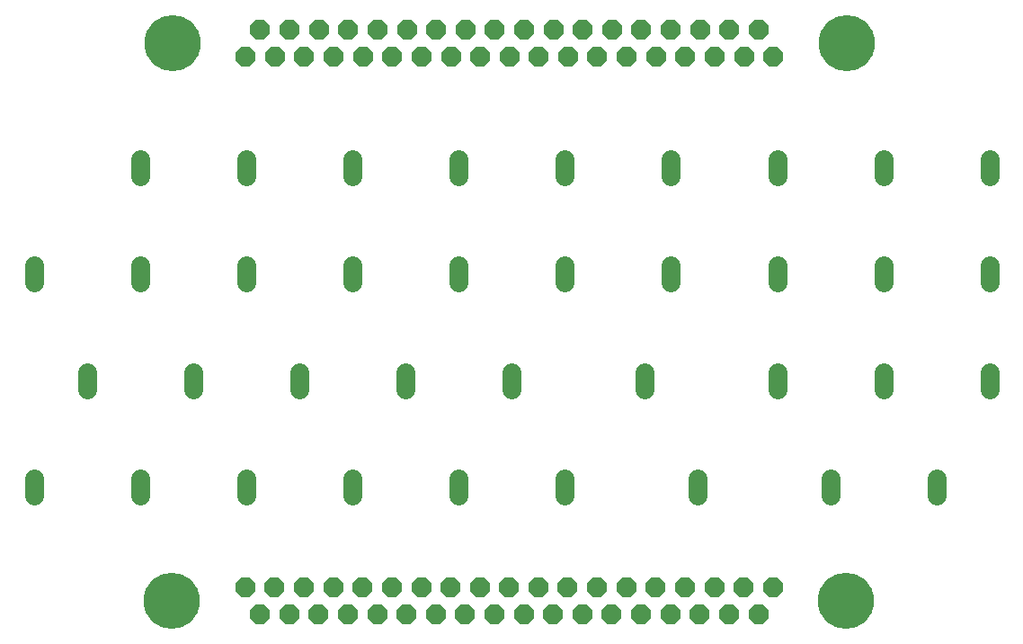
<source format=gbs>
G75*
%MOIN*%
%OFA0B0*%
%FSLAX25Y25*%
%IPPOS*%
%LPD*%
%AMOC8*
5,1,8,0,0,1.08239X$1,22.5*
%
%ADD10C,0.07137*%
%ADD11OC8,0.07200*%
%ADD12C,0.20800*%
D10*
X0022774Y0109309D02*
X0022774Y0115646D01*
X0042459Y0148679D02*
X0042459Y0155016D01*
X0022774Y0188049D02*
X0022774Y0194386D01*
X0062144Y0194386D02*
X0062144Y0188049D01*
X0081829Y0155016D02*
X0081829Y0148679D01*
X0062144Y0115646D02*
X0062144Y0109309D01*
X0101514Y0109309D02*
X0101514Y0115646D01*
X0121199Y0148679D02*
X0121199Y0155016D01*
X0101514Y0188049D02*
X0101514Y0194386D01*
X0140884Y0194386D02*
X0140884Y0188049D01*
X0160569Y0155016D02*
X0160569Y0148679D01*
X0140884Y0115646D02*
X0140884Y0109309D01*
X0180254Y0109309D02*
X0180254Y0115646D01*
X0199939Y0148679D02*
X0199939Y0155016D01*
X0180254Y0188049D02*
X0180254Y0194386D01*
X0219624Y0194386D02*
X0219624Y0188049D01*
X0249309Y0155016D02*
X0249309Y0148679D01*
X0268994Y0115646D02*
X0268994Y0109309D01*
X0318050Y0109309D02*
X0318050Y0115646D01*
X0337735Y0148679D02*
X0337735Y0155016D01*
X0337735Y0188049D02*
X0337735Y0194386D01*
X0377105Y0194386D02*
X0377105Y0188049D01*
X0377105Y0155016D02*
X0377105Y0148679D01*
X0357420Y0115646D02*
X0357420Y0109309D01*
X0298365Y0148679D02*
X0298365Y0155016D01*
X0298365Y0188049D02*
X0298365Y0194386D01*
X0258994Y0194386D02*
X0258994Y0188049D01*
X0258994Y0227419D02*
X0258994Y0233756D01*
X0298365Y0233756D02*
X0298365Y0227419D01*
X0337735Y0227419D02*
X0337735Y0233756D01*
X0377105Y0233756D02*
X0377105Y0227419D01*
X0219624Y0227419D02*
X0219624Y0233756D01*
X0180254Y0233756D02*
X0180254Y0227419D01*
X0140884Y0227419D02*
X0140884Y0233756D01*
X0101514Y0233756D02*
X0101514Y0227419D01*
X0062144Y0227419D02*
X0062144Y0233756D01*
X0219624Y0115646D02*
X0219624Y0109309D01*
D11*
X0220655Y0075300D03*
X0231555Y0075300D03*
X0242455Y0075300D03*
X0247855Y0065300D03*
X0236955Y0065300D03*
X0226155Y0065300D03*
X0215255Y0065300D03*
X0209855Y0075300D03*
X0198955Y0075300D03*
X0188055Y0075300D03*
X0177255Y0075300D03*
X0182655Y0065300D03*
X0193555Y0065300D03*
X0204355Y0065300D03*
X0171755Y0065300D03*
X0160955Y0065300D03*
X0150055Y0065300D03*
X0139155Y0065300D03*
X0133755Y0075300D03*
X0144555Y0075300D03*
X0155455Y0075300D03*
X0166355Y0075300D03*
X0128255Y0065300D03*
X0117455Y0065300D03*
X0106555Y0065300D03*
X0101155Y0075300D03*
X0111955Y0075300D03*
X0122855Y0075300D03*
X0253255Y0075300D03*
X0264155Y0075300D03*
X0275055Y0075300D03*
X0285855Y0075300D03*
X0280455Y0065300D03*
X0269555Y0065300D03*
X0258755Y0065300D03*
X0291355Y0065300D03*
X0296755Y0075300D03*
X0296834Y0271965D03*
X0286034Y0271965D03*
X0275134Y0271965D03*
X0264234Y0271965D03*
X0253434Y0271965D03*
X0242534Y0271965D03*
X0231634Y0271965D03*
X0220734Y0271965D03*
X0209934Y0271965D03*
X0199034Y0271965D03*
X0188134Y0271965D03*
X0177334Y0271965D03*
X0166434Y0271965D03*
X0155534Y0271965D03*
X0144734Y0271965D03*
X0133834Y0271965D03*
X0122934Y0271965D03*
X0112134Y0271965D03*
X0101234Y0271965D03*
X0106634Y0281965D03*
X0117534Y0281965D03*
X0128434Y0281965D03*
X0139234Y0281965D03*
X0150134Y0281965D03*
X0161034Y0281965D03*
X0171834Y0281965D03*
X0182734Y0281965D03*
X0193634Y0281965D03*
X0204434Y0281965D03*
X0215334Y0281965D03*
X0226234Y0281965D03*
X0237134Y0281965D03*
X0247934Y0281965D03*
X0258834Y0281965D03*
X0269734Y0281965D03*
X0280534Y0281965D03*
X0291434Y0281965D03*
D12*
X0073955Y0070300D03*
X0074034Y0276965D03*
X0324034Y0276965D03*
X0323955Y0070300D03*
M02*

</source>
